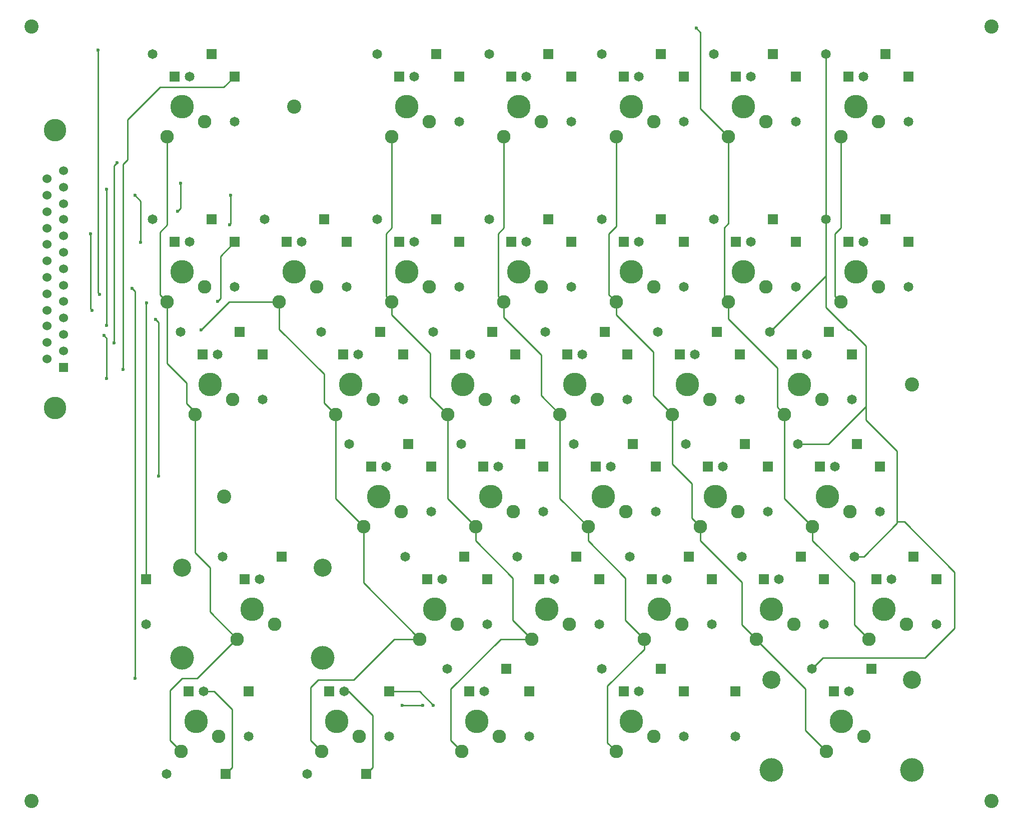
<source format=gbr>
G04 #@! TF.FileFunction,Copper,L2,Bot,Signal*
%FSLAX46Y46*%
G04 Gerber Fmt 4.6, Leading zero omitted, Abs format (unit mm)*
G04 Created by KiCad (PCBNEW 4.0.7) date 01/13/18 22:59:49*
%MOMM*%
%LPD*%
G01*
G04 APERTURE LIST*
%ADD10C,0.100000*%
%ADD11C,3.810000*%
%ADD12R,1.524000X1.524000*%
%ADD13C,1.524000*%
%ADD14C,2.286000*%
%ADD15C,3.987800*%
%ADD16C,1.651000*%
%ADD17R,1.651000X1.651000*%
%ADD18C,4.000000*%
%ADD19C,3.050000*%
%ADD20C,2.400000*%
%ADD21C,0.600000*%
%ADD22C,0.250000*%
G04 APERTURE END LIST*
D10*
D11*
X7500000Y-21005000D03*
X7500000Y-67995000D03*
D12*
X8897000Y-61137000D03*
D13*
X8897000Y-58343000D03*
X8897000Y-55549000D03*
X8897000Y-52755000D03*
X8897000Y-49961000D03*
X8897000Y-47294000D03*
X8897000Y-44500000D03*
X8897000Y-41706000D03*
X8897000Y-38912000D03*
X8897000Y-36118000D03*
X8897000Y-33451000D03*
X8897000Y-30657000D03*
X8897000Y-27863000D03*
X6103000Y-59740000D03*
X6103000Y-56946000D03*
X6103000Y-54152000D03*
X6103000Y-51485000D03*
X6103000Y-48691000D03*
X6103000Y-45897000D03*
X6103000Y-43103000D03*
X6103000Y-40309000D03*
X6103000Y-37642000D03*
X6103000Y-34848000D03*
X6103000Y-32054000D03*
X6103000Y-29260000D03*
D14*
X26460000Y-22080000D03*
X32810000Y-19540000D03*
D15*
X29000000Y-17000000D03*
D16*
X37890000Y-19540000D03*
D17*
X37890000Y-11920000D03*
D16*
X30270000Y-11920000D03*
D17*
X27730000Y-11920000D03*
X34000000Y-8110000D03*
D16*
X24000000Y-8110000D03*
D14*
X64460000Y-22080000D03*
X70810000Y-19540000D03*
D15*
X67000000Y-17000000D03*
D16*
X75890000Y-19540000D03*
D17*
X75890000Y-11920000D03*
D16*
X68270000Y-11920000D03*
D17*
X65730000Y-11920000D03*
X72000000Y-8110000D03*
D16*
X62000000Y-8110000D03*
D14*
X83460000Y-22080000D03*
X89810000Y-19540000D03*
D15*
X86000000Y-17000000D03*
D16*
X94890000Y-19540000D03*
D17*
X94890000Y-11920000D03*
D16*
X87270000Y-11920000D03*
D17*
X84730000Y-11920000D03*
X91000000Y-8110000D03*
D16*
X81000000Y-8110000D03*
D14*
X102460000Y-22080000D03*
X108810000Y-19540000D03*
D15*
X105000000Y-17000000D03*
D16*
X113890000Y-19540000D03*
D17*
X113890000Y-11920000D03*
D16*
X106270000Y-11920000D03*
D17*
X103730000Y-11920000D03*
X110000000Y-8110000D03*
D16*
X100000000Y-8110000D03*
D14*
X121460000Y-22080000D03*
X127810000Y-19540000D03*
D15*
X124000000Y-17000000D03*
D16*
X132890000Y-19540000D03*
D17*
X132890000Y-11920000D03*
D16*
X125270000Y-11920000D03*
D17*
X122730000Y-11920000D03*
X129000000Y-8110000D03*
D16*
X119000000Y-8110000D03*
D14*
X140460000Y-22080000D03*
X146810000Y-19540000D03*
D15*
X143000000Y-17000000D03*
D16*
X151890000Y-19540000D03*
D17*
X151890000Y-11920000D03*
D16*
X144270000Y-11920000D03*
D17*
X141730000Y-11920000D03*
X148000000Y-8110000D03*
D16*
X138000000Y-8110000D03*
D14*
X45460000Y-50080000D03*
X51810000Y-47540000D03*
D15*
X48000000Y-45000000D03*
D16*
X56890000Y-47540000D03*
D17*
X56890000Y-39920000D03*
D16*
X49270000Y-39920000D03*
D17*
X46730000Y-39920000D03*
X53000000Y-36110000D03*
D16*
X43000000Y-36110000D03*
D14*
X64460000Y-50080000D03*
X70810000Y-47540000D03*
D15*
X67000000Y-45000000D03*
D16*
X75890000Y-47540000D03*
D17*
X75890000Y-39920000D03*
D16*
X68270000Y-39920000D03*
D17*
X65730000Y-39920000D03*
X72000000Y-36110000D03*
D16*
X62000000Y-36110000D03*
D14*
X83460000Y-50080000D03*
X89810000Y-47540000D03*
D15*
X86000000Y-45000000D03*
D16*
X94890000Y-47540000D03*
D17*
X94890000Y-39920000D03*
D16*
X87270000Y-39920000D03*
D17*
X84730000Y-39920000D03*
X91000000Y-36110000D03*
D16*
X81000000Y-36110000D03*
D14*
X102460000Y-50080000D03*
X108810000Y-47540000D03*
D15*
X105000000Y-45000000D03*
D16*
X113890000Y-47540000D03*
D17*
X113890000Y-39920000D03*
D16*
X106270000Y-39920000D03*
D17*
X103730000Y-39920000D03*
X110000000Y-36110000D03*
D16*
X100000000Y-36110000D03*
D14*
X121460000Y-50080000D03*
X127810000Y-47540000D03*
D15*
X124000000Y-45000000D03*
D16*
X132890000Y-47540000D03*
D17*
X132890000Y-39920000D03*
D16*
X125270000Y-39920000D03*
D17*
X122730000Y-39920000D03*
X129000000Y-36110000D03*
D16*
X119000000Y-36110000D03*
D14*
X140460000Y-50080000D03*
X146810000Y-47540000D03*
D15*
X143000000Y-45000000D03*
D16*
X151890000Y-47540000D03*
D17*
X151890000Y-39920000D03*
D16*
X144270000Y-39920000D03*
D17*
X141730000Y-39920000D03*
X148000000Y-36110000D03*
D16*
X138000000Y-36110000D03*
D14*
X59710000Y-88080000D03*
X66060000Y-85540000D03*
D15*
X62250000Y-83000000D03*
D16*
X71140000Y-85540000D03*
D17*
X71140000Y-77920000D03*
D16*
X63520000Y-77920000D03*
D17*
X60980000Y-77920000D03*
X67250000Y-74110000D03*
D16*
X57250000Y-74110000D03*
D14*
X145210000Y-107080000D03*
X151560000Y-104540000D03*
D15*
X147750000Y-102000000D03*
D16*
X156640000Y-104540000D03*
D17*
X156640000Y-96920000D03*
D16*
X149020000Y-96920000D03*
D17*
X146480000Y-96920000D03*
X152750000Y-93110000D03*
D16*
X142750000Y-93110000D03*
D14*
X107210000Y-107080000D03*
X113560000Y-104540000D03*
D15*
X109750000Y-102000000D03*
D16*
X118640000Y-104540000D03*
D17*
X118640000Y-96920000D03*
D16*
X111020000Y-96920000D03*
D17*
X108480000Y-96920000D03*
X114750000Y-93110000D03*
D16*
X104750000Y-93110000D03*
D14*
X97710000Y-88080000D03*
X104060000Y-85540000D03*
D15*
X100250000Y-83000000D03*
D16*
X109140000Y-85540000D03*
D17*
X109140000Y-77920000D03*
D16*
X101520000Y-77920000D03*
D17*
X98980000Y-77920000D03*
X105250000Y-74110000D03*
D16*
X95250000Y-74110000D03*
D14*
X92960000Y-69080000D03*
X99310000Y-66540000D03*
D15*
X95500000Y-64000000D03*
D16*
X104390000Y-66540000D03*
D17*
X104390000Y-58920000D03*
D16*
X96770000Y-58920000D03*
D17*
X94230000Y-58920000D03*
X100500000Y-55110000D03*
D16*
X90500000Y-55110000D03*
D14*
X116710000Y-88080000D03*
X123060000Y-85540000D03*
D15*
X119250000Y-83000000D03*
D16*
X128140000Y-85540000D03*
D17*
X128140000Y-77920000D03*
D16*
X120520000Y-77920000D03*
D17*
X117980000Y-77920000D03*
X124250000Y-74110000D03*
D16*
X114250000Y-74110000D03*
D14*
X135710000Y-88080000D03*
X142060000Y-85540000D03*
D15*
X138250000Y-83000000D03*
D16*
X147140000Y-85540000D03*
D17*
X147140000Y-77920000D03*
D16*
X139520000Y-77920000D03*
D17*
X136980000Y-77920000D03*
X143250000Y-74110000D03*
D16*
X133250000Y-74110000D03*
D14*
X54960000Y-69080000D03*
X61310000Y-66540000D03*
D15*
X57500000Y-64000000D03*
D16*
X66390000Y-66540000D03*
D17*
X66390000Y-58920000D03*
D16*
X58770000Y-58920000D03*
D17*
X56230000Y-58920000D03*
X62500000Y-55110000D03*
D16*
X52500000Y-55110000D03*
D14*
X111960000Y-69080000D03*
X118310000Y-66540000D03*
D15*
X114500000Y-64000000D03*
D16*
X123390000Y-66540000D03*
D17*
X123390000Y-58920000D03*
D16*
X115770000Y-58920000D03*
D17*
X113230000Y-58920000D03*
X119500000Y-55110000D03*
D16*
X109500000Y-55110000D03*
D14*
X78710000Y-88080000D03*
X85060000Y-85540000D03*
D15*
X81250000Y-83000000D03*
D16*
X90140000Y-85540000D03*
D17*
X90140000Y-77920000D03*
D16*
X82520000Y-77920000D03*
D17*
X79980000Y-77920000D03*
X86250000Y-74110000D03*
D16*
X76250000Y-74110000D03*
D14*
X130960000Y-69080000D03*
X137310000Y-66540000D03*
D15*
X133500000Y-64000000D03*
D16*
X142390000Y-66540000D03*
D17*
X142390000Y-58920000D03*
D16*
X134770000Y-58920000D03*
D17*
X132230000Y-58920000D03*
X138500000Y-55110000D03*
D16*
X128500000Y-55110000D03*
D14*
X126210000Y-107080000D03*
X132560000Y-104540000D03*
D15*
X128750000Y-102000000D03*
D16*
X137640000Y-104540000D03*
D17*
X137640000Y-96920000D03*
D16*
X130020000Y-96920000D03*
D17*
X127480000Y-96920000D03*
X133750000Y-93110000D03*
D16*
X123750000Y-93110000D03*
D14*
X73960000Y-69080000D03*
X80310000Y-66540000D03*
D15*
X76500000Y-64000000D03*
D16*
X85390000Y-66540000D03*
D17*
X85390000Y-58920000D03*
D16*
X77770000Y-58920000D03*
D17*
X75230000Y-58920000D03*
X81500000Y-55110000D03*
D16*
X71500000Y-55110000D03*
D14*
X88210000Y-107080000D03*
X94560000Y-104540000D03*
D15*
X90750000Y-102000000D03*
D16*
X99640000Y-104540000D03*
D17*
X99640000Y-96920000D03*
D16*
X92020000Y-96920000D03*
D17*
X89480000Y-96920000D03*
X95750000Y-93110000D03*
D16*
X85750000Y-93110000D03*
D14*
X69210000Y-107080000D03*
X75560000Y-104540000D03*
D15*
X71750000Y-102000000D03*
D16*
X80640000Y-104540000D03*
D17*
X80640000Y-96920000D03*
D16*
X73020000Y-96920000D03*
D17*
X70480000Y-96920000D03*
X76750000Y-93110000D03*
D16*
X66750000Y-93110000D03*
D14*
X76335000Y-126080000D03*
X82685000Y-123540000D03*
D15*
X78875000Y-121000000D03*
D16*
X87765000Y-123540000D03*
D17*
X87765000Y-115920000D03*
D16*
X80145000Y-115920000D03*
D17*
X77605000Y-115920000D03*
X83875000Y-112110000D03*
D16*
X73875000Y-112110000D03*
D14*
X28835000Y-126080000D03*
X35185000Y-123540000D03*
D15*
X31375000Y-121000000D03*
D16*
X40265000Y-123540000D03*
D17*
X40265000Y-115920000D03*
D16*
X32645000Y-115920000D03*
D17*
X30105000Y-115920000D03*
X36375000Y-129890000D03*
D16*
X26375000Y-129890000D03*
D14*
X102460000Y-126080000D03*
X108810000Y-123540000D03*
D15*
X105000000Y-121000000D03*
D16*
X113890000Y-123540000D03*
D17*
X113890000Y-115920000D03*
D16*
X106270000Y-115920000D03*
D17*
X103730000Y-115920000D03*
X110000000Y-112110000D03*
D16*
X100000000Y-112110000D03*
D14*
X38335000Y-107080000D03*
X44685000Y-104540000D03*
D15*
X40875000Y-102000000D03*
D16*
X22875000Y-104540000D03*
D17*
X22875000Y-96920000D03*
D16*
X42145000Y-96920000D03*
D17*
X39605000Y-96920000D03*
X45875000Y-93110000D03*
D16*
X35875000Y-93110000D03*
D18*
X52775000Y-110240000D03*
D19*
X52775000Y-95000000D03*
D18*
X28975000Y-110240000D03*
D19*
X28975000Y-95000000D03*
D14*
X138085000Y-126080000D03*
X144435000Y-123540000D03*
D15*
X140625000Y-121000000D03*
D16*
X122625000Y-123540000D03*
D17*
X122625000Y-115920000D03*
D16*
X141895000Y-115920000D03*
D17*
X139355000Y-115920000D03*
X145625000Y-112110000D03*
D16*
X135625000Y-112110000D03*
D18*
X152525000Y-129240000D03*
D19*
X152525000Y-114000000D03*
D18*
X128725000Y-129240000D03*
D19*
X128725000Y-114000000D03*
D14*
X52585000Y-126080000D03*
X58935000Y-123540000D03*
D15*
X55125000Y-121000000D03*
D16*
X64015000Y-123540000D03*
D17*
X64015000Y-115920000D03*
D16*
X56395000Y-115920000D03*
D17*
X53855000Y-115920000D03*
X60125000Y-129890000D03*
D16*
X50125000Y-129890000D03*
D14*
X31210000Y-69080000D03*
X37560000Y-66540000D03*
D15*
X33750000Y-64000000D03*
D16*
X42640000Y-66540000D03*
D17*
X42640000Y-58920000D03*
D16*
X35020000Y-58920000D03*
D17*
X32480000Y-58920000D03*
X38750000Y-55110000D03*
D16*
X28750000Y-55110000D03*
D14*
X26460000Y-50080000D03*
X32810000Y-47540000D03*
D15*
X29000000Y-45000000D03*
D16*
X37890000Y-47540000D03*
D17*
X37890000Y-39920000D03*
D16*
X30270000Y-39920000D03*
D17*
X27730000Y-39920000D03*
X34000000Y-36110000D03*
D16*
X24000000Y-36110000D03*
D20*
X3500000Y-3500000D03*
X166000000Y-134500000D03*
X3500000Y-134500000D03*
X166000000Y-3500000D03*
X152500000Y-64000000D03*
X48000000Y-17000000D03*
X36125000Y-83000000D03*
D21*
X19000000Y-61500000D03*
X35000000Y-50000000D03*
X16250000Y-63000000D03*
X15750000Y-55750000D03*
X25000000Y-79500000D03*
X24500000Y-53000000D03*
X23000000Y-50250000D03*
X21000000Y-113750000D03*
X20500000Y-47750000D03*
X71500000Y-118250000D03*
X32250000Y-54750000D03*
X17500000Y-57000000D03*
X18000000Y-26500000D03*
X16250000Y-54000000D03*
X16250000Y-31000000D03*
X28750000Y-30000000D03*
X28250000Y-34750000D03*
X13500000Y-38500000D03*
X13750000Y-51500000D03*
X116000000Y-3750000D03*
X14750000Y-7500000D03*
X15000000Y-48750000D03*
X37250000Y-32000000D03*
X37000000Y-37000000D03*
X22000000Y-40000000D03*
X21000000Y-32000000D03*
X66250000Y-118250000D03*
X69750000Y-118250000D03*
D22*
X36060000Y-13750000D02*
X37890000Y-11920000D01*
X25250000Y-13750000D02*
X36060000Y-13750000D01*
X19750000Y-19250000D02*
X25250000Y-13750000D01*
X19750000Y-26000000D02*
X19750000Y-19250000D01*
X19000000Y-26750000D02*
X19750000Y-26000000D01*
X19000000Y-61500000D02*
X19000000Y-26750000D01*
X35500000Y-42310000D02*
X37890000Y-39920000D01*
X35500000Y-49500000D02*
X35500000Y-42310000D01*
X35000000Y-50000000D02*
X35500000Y-49500000D01*
X16250000Y-56250000D02*
X16250000Y-63000000D01*
X15750000Y-55750000D02*
X16250000Y-56250000D01*
X25000000Y-53500000D02*
X25000000Y-79500000D01*
X24500000Y-53000000D02*
X25000000Y-53500000D01*
X22875000Y-50375000D02*
X22875000Y-96920000D01*
X23000000Y-50250000D02*
X22875000Y-50375000D01*
X21000000Y-48250000D02*
X21000000Y-113750000D01*
X20500000Y-47750000D02*
X21000000Y-48250000D01*
X69170000Y-115920000D02*
X64015000Y-115920000D01*
X71500000Y-118250000D02*
X69170000Y-115920000D01*
X31210000Y-69080000D02*
X31210000Y-92460000D01*
X33750000Y-102495000D02*
X38335000Y-107080000D01*
X33750000Y-95000000D02*
X33750000Y-102495000D01*
X31210000Y-92460000D02*
X33750000Y-95000000D01*
X38335000Y-107080000D02*
X38170000Y-107080000D01*
X38170000Y-107080000D02*
X31500000Y-113750000D01*
X31500000Y-113750000D02*
X29000000Y-113750000D01*
X29000000Y-113750000D02*
X27000000Y-115750000D01*
X27000000Y-115750000D02*
X27000000Y-124245000D01*
X27000000Y-124245000D02*
X28835000Y-126080000D01*
X26460000Y-50080000D02*
X26460000Y-60460000D01*
X29750000Y-67250000D02*
X31210000Y-68710000D01*
X29750000Y-63750000D02*
X29750000Y-67250000D01*
X26460000Y-60460000D02*
X29750000Y-63750000D01*
X31210000Y-68710000D02*
X31210000Y-69080000D01*
X26460000Y-22080000D02*
X26460000Y-37040000D01*
X25250000Y-48870000D02*
X26460000Y-50080000D01*
X25250000Y-38250000D02*
X25250000Y-48870000D01*
X26460000Y-37040000D02*
X25250000Y-38250000D01*
X36920000Y-50080000D02*
X45460000Y-50080000D01*
X32250000Y-54750000D02*
X36920000Y-50080000D01*
X69210000Y-107080000D02*
X64920000Y-107080000D01*
X50750000Y-124245000D02*
X52585000Y-126080000D01*
X50750000Y-115250000D02*
X50750000Y-124245000D01*
X52000000Y-114000000D02*
X50750000Y-115250000D01*
X58000000Y-114000000D02*
X52000000Y-114000000D01*
X64920000Y-107080000D02*
X58000000Y-114000000D01*
X59710000Y-88080000D02*
X59710000Y-97580000D01*
X59710000Y-97580000D02*
X69210000Y-107080000D01*
X54960000Y-69080000D02*
X54960000Y-83330000D01*
X54960000Y-83330000D02*
X59710000Y-88080000D01*
X45460000Y-50080000D02*
X45460000Y-54710000D01*
X53000000Y-67120000D02*
X54960000Y-69080000D01*
X53000000Y-62250000D02*
X53000000Y-67120000D01*
X45460000Y-54710000D02*
X53000000Y-62250000D01*
X17500000Y-27000000D02*
X17500000Y-57000000D01*
X18000000Y-26500000D02*
X17500000Y-27000000D01*
X88210000Y-107080000D02*
X82920000Y-107080000D01*
X74500000Y-124245000D02*
X76335000Y-126080000D01*
X74500000Y-115500000D02*
X74500000Y-124245000D01*
X82920000Y-107080000D02*
X74500000Y-115500000D01*
X78710000Y-88080000D02*
X78710000Y-90460000D01*
X85000000Y-103870000D02*
X88210000Y-107080000D01*
X85000000Y-96750000D02*
X85000000Y-103870000D01*
X78710000Y-90460000D02*
X85000000Y-96750000D01*
X73960000Y-69080000D02*
X73960000Y-83330000D01*
X73960000Y-83330000D02*
X78710000Y-88080000D01*
X64460000Y-50080000D02*
X64460000Y-52210000D01*
X71000000Y-66120000D02*
X73960000Y-69080000D01*
X71000000Y-58750000D02*
X71000000Y-66120000D01*
X64460000Y-52210000D02*
X71000000Y-58750000D01*
X64460000Y-22080000D02*
X64460000Y-37540000D01*
X63500000Y-49120000D02*
X64460000Y-50080000D01*
X63500000Y-38500000D02*
X63500000Y-49120000D01*
X64460000Y-37540000D02*
X63500000Y-38500000D01*
X16250000Y-31000000D02*
X16250000Y-54000000D01*
X107210000Y-107080000D02*
X107210000Y-108790000D01*
X101000000Y-124620000D02*
X102460000Y-126080000D01*
X101000000Y-115000000D02*
X101000000Y-124620000D01*
X107210000Y-108790000D02*
X101000000Y-115000000D01*
X97710000Y-88080000D02*
X97710000Y-90460000D01*
X104000000Y-103870000D02*
X107210000Y-107080000D01*
X104000000Y-96750000D02*
X104000000Y-103870000D01*
X97710000Y-90460000D02*
X104000000Y-96750000D01*
X92960000Y-69080000D02*
X92960000Y-83330000D01*
X92960000Y-83330000D02*
X97710000Y-88080000D01*
X83460000Y-50080000D02*
X83460000Y-52710000D01*
X89750000Y-65870000D02*
X92960000Y-69080000D01*
X89750000Y-59000000D02*
X89750000Y-65870000D01*
X83460000Y-52710000D02*
X89750000Y-59000000D01*
X83460000Y-22080000D02*
X83460000Y-37540000D01*
X82500000Y-49120000D02*
X83460000Y-50080000D01*
X82500000Y-38500000D02*
X82500000Y-49120000D01*
X83460000Y-37540000D02*
X82500000Y-38500000D01*
X28750000Y-34250000D02*
X28750000Y-30000000D01*
X28250000Y-34750000D02*
X28750000Y-34250000D01*
X13500000Y-51250000D02*
X13500000Y-38500000D01*
X13750000Y-51500000D02*
X13500000Y-51250000D01*
X102460000Y-50080000D02*
X102460000Y-52210000D01*
X108750000Y-65870000D02*
X111960000Y-69080000D01*
X108750000Y-58500000D02*
X108750000Y-65870000D01*
X102460000Y-52210000D02*
X108750000Y-58500000D01*
X111960000Y-69080000D02*
X111960000Y-77460000D01*
X111960000Y-77460000D02*
X115250000Y-80750000D01*
X115250000Y-80750000D02*
X115250000Y-86620000D01*
X115250000Y-86620000D02*
X116710000Y-88080000D01*
X116710000Y-88080000D02*
X116710000Y-90460000D01*
X123750000Y-104620000D02*
X126210000Y-107080000D01*
X123750000Y-97500000D02*
X123750000Y-104620000D01*
X116710000Y-90460000D02*
X123750000Y-97500000D01*
X126210000Y-107080000D02*
X126210000Y-107210000D01*
X126210000Y-107210000D02*
X134500000Y-115500000D01*
X134500000Y-115500000D02*
X134500000Y-122495000D01*
X134500000Y-122495000D02*
X138085000Y-126080000D01*
X102460000Y-22080000D02*
X102460000Y-37290000D01*
X101250000Y-48870000D02*
X102460000Y-50080000D01*
X101250000Y-38500000D02*
X101250000Y-48870000D01*
X102460000Y-37290000D02*
X101250000Y-38500000D01*
X116750000Y-17370000D02*
X121460000Y-22080000D01*
X116750000Y-4500000D02*
X116750000Y-17370000D01*
X116000000Y-3750000D02*
X116750000Y-4500000D01*
X14750000Y-48500000D02*
X14750000Y-7500000D01*
X15000000Y-48750000D02*
X14750000Y-48500000D01*
X135710000Y-88080000D02*
X135710000Y-90460000D01*
X142750000Y-104620000D02*
X145210000Y-107080000D01*
X142750000Y-97500000D02*
X142750000Y-104620000D01*
X135710000Y-90460000D02*
X142750000Y-97500000D01*
X130960000Y-69080000D02*
X130960000Y-83330000D01*
X130960000Y-83330000D02*
X135710000Y-88080000D01*
X121460000Y-50080000D02*
X121460000Y-52960000D01*
X129750000Y-67870000D02*
X130960000Y-69080000D01*
X129750000Y-61250000D02*
X129750000Y-67870000D01*
X121460000Y-52960000D02*
X129750000Y-61250000D01*
X121460000Y-22080000D02*
X121460000Y-36790000D01*
X120750000Y-37500000D02*
X120750000Y-49370000D01*
X121460000Y-36790000D02*
X120750000Y-37500000D01*
X120750000Y-49370000D02*
X121460000Y-50080000D01*
X37250000Y-36750000D02*
X37250000Y-32000000D01*
X37000000Y-37000000D02*
X37250000Y-36750000D01*
X140460000Y-22080000D02*
X140460000Y-37540000D01*
X139500000Y-49120000D02*
X140460000Y-50080000D01*
X139500000Y-38500000D02*
X139500000Y-49120000D01*
X140460000Y-37540000D02*
X139500000Y-38500000D01*
X150000000Y-87250000D02*
X151250000Y-87250000D01*
X137485000Y-110250000D02*
X135625000Y-112110000D01*
X154750000Y-110250000D02*
X137485000Y-110250000D01*
X159750000Y-105250000D02*
X154750000Y-110250000D01*
X159750000Y-95750000D02*
X159750000Y-105250000D01*
X151250000Y-87250000D02*
X159750000Y-95750000D01*
X144750000Y-67500000D02*
X144750000Y-70000000D01*
X144390000Y-93110000D02*
X142750000Y-93110000D01*
X150000000Y-87500000D02*
X144390000Y-93110000D01*
X150000000Y-75250000D02*
X150000000Y-87250000D01*
X150000000Y-87250000D02*
X150000000Y-87500000D01*
X144750000Y-70000000D02*
X150000000Y-75250000D01*
X138000000Y-45250000D02*
X138000000Y-51000000D01*
X138390000Y-74110000D02*
X133250000Y-74110000D01*
X144750000Y-67750000D02*
X138390000Y-74110000D01*
X144750000Y-57500000D02*
X144750000Y-67500000D01*
X144750000Y-67500000D02*
X144750000Y-67750000D01*
X142000000Y-54750000D02*
X144750000Y-57500000D01*
X141750000Y-54750000D02*
X142000000Y-54750000D01*
X138000000Y-51000000D02*
X141750000Y-54750000D01*
X138000000Y-36110000D02*
X138000000Y-45250000D01*
X138000000Y-45250000D02*
X138000000Y-45610000D01*
X138000000Y-45610000D02*
X128500000Y-55110000D01*
X138000000Y-8110000D02*
X138000000Y-36110000D01*
X22000000Y-33000000D02*
X22000000Y-40000000D01*
X21000000Y-32000000D02*
X22000000Y-33000000D01*
X66250000Y-118250000D02*
X69750000Y-118250000D01*
X32645000Y-115920000D02*
X34420000Y-115920000D01*
X37500000Y-128765000D02*
X36375000Y-129890000D01*
X37500000Y-119000000D02*
X37500000Y-128765000D01*
X34420000Y-115920000D02*
X37500000Y-119000000D01*
X56395000Y-115920000D02*
X57170000Y-115920000D01*
X57170000Y-115920000D02*
X61250000Y-120000000D01*
X61250000Y-120000000D02*
X61250000Y-128765000D01*
X61250000Y-128765000D02*
X60125000Y-129890000D01*
M02*

</source>
